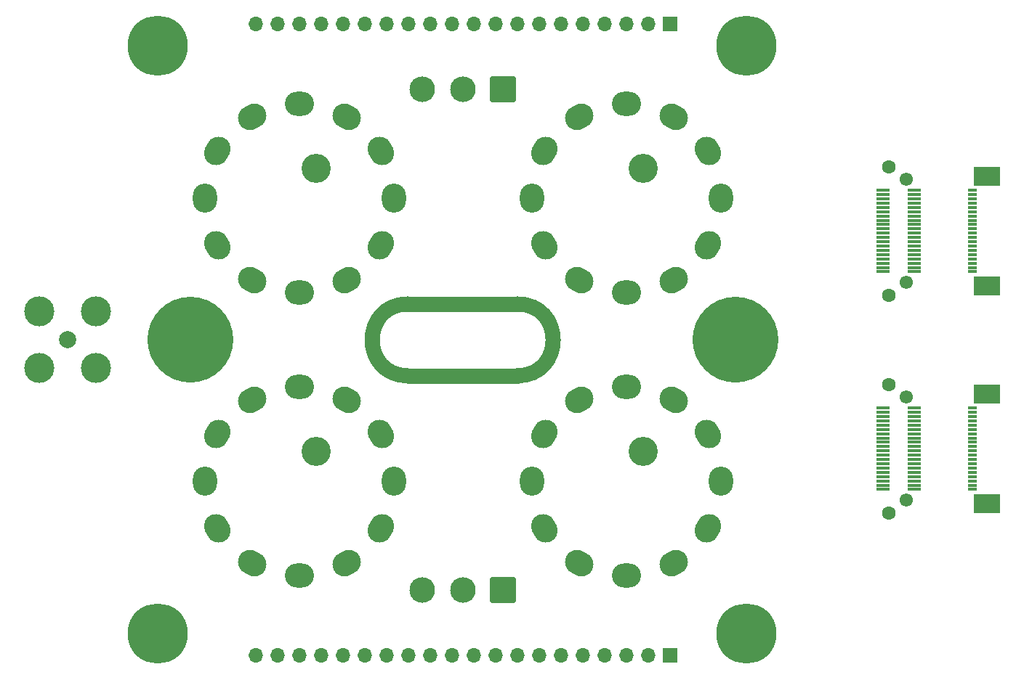
<source format=gbr>
G04 #@! TF.GenerationSoftware,KiCad,Pcbnew,8.0.7*
G04 #@! TF.CreationDate,2025-12-06T16:12:50-05:00*
G04 #@! TF.ProjectId,TPL-GridSwitch,54504c2d-4772-4696-9453-77697463682e,rev?*
G04 #@! TF.SameCoordinates,Original*
G04 #@! TF.FileFunction,Soldermask,Top*
G04 #@! TF.FilePolarity,Negative*
%FSLAX46Y46*%
G04 Gerber Fmt 4.6, Leading zero omitted, Abs format (unit mm)*
G04 Created by KiCad (PCBNEW 8.0.7) date 2025-12-06 16:12:50*
%MOMM*%
%LPD*%
G01*
G04 APERTURE LIST*
G04 Aperture macros list*
%AMRoundRect*
0 Rectangle with rounded corners*
0 $1 Rounding radius*
0 $2 $3 $4 $5 $6 $7 $8 $9 X,Y pos of 4 corners*
0 Add a 4 corners polygon primitive as box body*
4,1,4,$2,$3,$4,$5,$6,$7,$8,$9,$2,$3,0*
0 Add four circle primitives for the rounded corners*
1,1,$1+$1,$2,$3*
1,1,$1+$1,$4,$5*
1,1,$1+$1,$6,$7*
1,1,$1+$1,$8,$9*
0 Add four rect primitives between the rounded corners*
20,1,$1+$1,$2,$3,$4,$5,0*
20,1,$1+$1,$4,$5,$6,$7,0*
20,1,$1+$1,$6,$7,$8,$9,0*
20,1,$1+$1,$8,$9,$2,$3,0*%
%AMHorizOval*
0 Thick line with rounded ends*
0 $1 width*
0 $2 $3 position (X,Y) of the first rounded end (center of the circle)*
0 $4 $5 position (X,Y) of the second rounded end (center of the circle)*
0 Add line between two ends*
20,1,$1,$2,$3,$4,$5,0*
0 Add two circle primitives to create the rounded ends*
1,1,$1,$2,$3*
1,1,$1,$4,$5*%
G04 Aperture macros list end*
%ADD10C,1.778000*%
%ADD11C,10.000000*%
%ADD12C,1.550000*%
%ADD13RoundRect,0.050000X0.750000X0.150000X-0.750000X0.150000X-0.750000X-0.150000X0.750000X-0.150000X0*%
%ADD14C,1.600000*%
%ADD15C,7.000000*%
%ADD16O,3.400000X2.800000*%
%ADD17HorizOval,2.800000X0.259808X-0.150000X-0.259808X0.150000X0*%
%ADD18HorizOval,2.800000X0.150000X-0.259808X-0.150000X0.259808X0*%
%ADD19O,2.800000X3.400000*%
%ADD20HorizOval,2.800000X-0.150000X-0.259808X0.150000X0.259808X0*%
%ADD21HorizOval,2.800000X-0.259808X-0.150000X0.259808X0.150000X0*%
%ADD22HorizOval,2.800000X-0.259808X0.150000X0.259808X-0.150000X0*%
%ADD23HorizOval,2.800000X-0.150000X0.259808X0.150000X-0.259808X0*%
%ADD24HorizOval,2.800000X0.150000X0.259808X-0.150000X-0.259808X0*%
%ADD25HorizOval,2.800000X0.259808X0.150000X-0.259808X-0.150000X0*%
%ADD26C,3.400000*%
%ADD27R,1.100000X0.300000*%
%ADD28R,3.100000X2.300000*%
%ADD29C,2.000000*%
%ADD30C,3.500000*%
%ADD31RoundRect,0.102000X-1.387500X1.387500X-1.387500X-1.387500X1.387500X-1.387500X1.387500X1.387500X0*%
%ADD32C,2.979000*%
%ADD33R,1.700000X1.700000*%
%ADD34O,1.700000X1.700000*%
G04 APERTURE END LIST*
D10*
X6350000Y4191000D02*
X-6350000Y4191000D01*
X-6350000Y-4191000D02*
X6350000Y-4191000D01*
X6350000Y4191000D02*
G75*
G02*
X6350000Y-4191000I0J-4191000D01*
G01*
X-6350000Y-4191000D02*
G75*
G02*
X-6350000Y4191000I0J4191000D01*
G01*
D11*
X-31750000Y0D03*
D12*
X51650000Y6700000D03*
X51650000Y18700000D03*
D13*
X48950000Y17450000D03*
X52650000Y17450000D03*
X48950000Y16950000D03*
X52650000Y16950000D03*
X48950000Y16450000D03*
X52650000Y16450000D03*
X48950000Y15950000D03*
X52650000Y15950000D03*
X48950000Y15450000D03*
X52650000Y15450000D03*
X48950000Y14950000D03*
X52650000Y14950000D03*
X48950000Y14450000D03*
X52650000Y14450000D03*
X48950000Y13950000D03*
X52650000Y13950000D03*
X48950000Y13450000D03*
X52650000Y13450000D03*
X48950000Y12950000D03*
X52650000Y12950000D03*
X48950000Y12450000D03*
X52650000Y12450000D03*
X48950000Y11950000D03*
X52650000Y11950000D03*
X48950000Y11450000D03*
X52650000Y11450000D03*
X48950000Y10950000D03*
X52650000Y10950000D03*
X48950000Y10450000D03*
X52650000Y10450000D03*
X48950000Y9950000D03*
X52650000Y9950000D03*
X48950000Y9450000D03*
X52650000Y9450000D03*
X48950000Y8950000D03*
X52650000Y8950000D03*
X48950000Y8450000D03*
X52650000Y8450000D03*
X48950000Y7950000D03*
X52650000Y7950000D03*
D14*
X49650000Y5225000D03*
X49650000Y20175000D03*
D15*
X33020000Y-34290000D03*
X-35560000Y-34290000D03*
D16*
X-19050000Y-5510000D03*
D17*
X-13550000Y-6983721D03*
D18*
X-9523721Y-11010000D03*
D19*
X-8050000Y-16510000D03*
D20*
X-9523721Y-22010000D03*
D21*
X-13550000Y-26036279D03*
D16*
X-19050000Y-27510000D03*
D22*
X-24550000Y-26036279D03*
D23*
X-28576279Y-22010000D03*
D19*
X-30050000Y-16510000D03*
D24*
X-28576279Y-11010000D03*
D25*
X-24550000Y-6983721D03*
D26*
X-17049750Y-13045465D03*
D27*
X59356000Y-17450000D03*
X59356000Y-16950000D03*
X59356000Y-16450000D03*
X59356000Y-15950000D03*
X59356000Y-15450000D03*
X59356000Y-14950000D03*
X59356000Y-14450000D03*
X59356000Y-13950000D03*
X59356000Y-13450000D03*
X59356000Y-12950000D03*
X59356000Y-12450000D03*
X59356000Y-11950000D03*
X59356000Y-11450000D03*
X59356000Y-10950000D03*
X59356000Y-10450000D03*
X59356000Y-9950000D03*
X59356000Y-9450000D03*
X59356000Y-8950000D03*
X59356000Y-8450000D03*
X59356000Y-7950000D03*
D28*
X61056000Y-19120000D03*
X61056000Y-6280000D03*
D12*
X51650000Y-18700000D03*
X51650000Y-6700000D03*
D13*
X48950000Y-7950000D03*
X52650000Y-7950000D03*
X48950000Y-8450000D03*
X52650000Y-8450000D03*
X48950000Y-8950000D03*
X52650000Y-8950000D03*
X48950000Y-9450000D03*
X52650000Y-9450000D03*
X48950000Y-9950000D03*
X52650000Y-9950000D03*
X48950000Y-10450000D03*
X52650000Y-10450000D03*
X48950000Y-10950000D03*
X52650000Y-10950000D03*
X48950000Y-11450000D03*
X52650000Y-11450000D03*
X48950000Y-11950000D03*
X52650000Y-11950000D03*
X48950000Y-12450000D03*
X52650000Y-12450000D03*
X48950000Y-12950000D03*
X52650000Y-12950000D03*
X48950000Y-13450000D03*
X52650000Y-13450000D03*
X48950000Y-13950000D03*
X52650000Y-13950000D03*
X48950000Y-14450000D03*
X52650000Y-14450000D03*
X48950000Y-14950000D03*
X52650000Y-14950000D03*
X48950000Y-15450000D03*
X52650000Y-15450000D03*
X48950000Y-15950000D03*
X52650000Y-15950000D03*
X48950000Y-16450000D03*
X52650000Y-16450000D03*
X48950000Y-16950000D03*
X52650000Y-16950000D03*
X48950000Y-17450000D03*
X52650000Y-17450000D03*
D14*
X49650000Y-20175000D03*
X49650000Y-5225000D03*
D16*
X19050000Y-5510000D03*
D17*
X24550000Y-6983721D03*
D18*
X28576279Y-11010000D03*
D19*
X30050000Y-16510000D03*
D20*
X28576279Y-22010000D03*
D21*
X24550000Y-26036279D03*
D16*
X19050000Y-27510000D03*
D22*
X13550000Y-26036279D03*
D23*
X9523721Y-22010000D03*
D19*
X8050000Y-16510000D03*
D24*
X9523721Y-11010000D03*
D25*
X13550000Y-6983721D03*
D26*
X21050250Y-13045465D03*
D29*
X-46009878Y0D03*
D30*
X-42709878Y-3300000D03*
X-42709878Y3300000D03*
X-49309878Y-3300000D03*
X-49309878Y3300000D03*
D15*
X-35560000Y34290000D03*
D31*
X4700000Y29210000D03*
D32*
X0Y29210000D03*
X-4700000Y29210000D03*
D16*
X-19050000Y27510000D03*
D17*
X-13550000Y26036279D03*
D18*
X-9523721Y22010000D03*
D19*
X-8050000Y16510000D03*
D20*
X-9523721Y11010000D03*
D21*
X-13550000Y6983721D03*
D16*
X-19050000Y5510000D03*
D22*
X-24550000Y6983721D03*
D23*
X-28576279Y11010000D03*
D19*
X-30050000Y16510000D03*
D24*
X-28576279Y22010000D03*
D25*
X-24550000Y26036279D03*
D26*
X-17049750Y19974535D03*
D11*
X31750000Y0D03*
D16*
X19050000Y27510000D03*
D17*
X24550000Y26036279D03*
D18*
X28576279Y22010000D03*
D19*
X30050000Y16510000D03*
D20*
X28576279Y11010000D03*
D21*
X24550000Y6983721D03*
D16*
X19050000Y5510000D03*
D22*
X13550000Y6983721D03*
D23*
X9523721Y11010000D03*
D19*
X8050000Y16510000D03*
D24*
X9523721Y22010000D03*
D25*
X13550000Y26036279D03*
D26*
X21050250Y19974535D03*
D31*
X4700000Y-29210000D03*
D32*
X0Y-29210000D03*
X-4700000Y-29210000D03*
D27*
X59356000Y7950000D03*
X59356000Y8450000D03*
X59356000Y8950000D03*
X59356000Y9450000D03*
X59356000Y9950000D03*
X59356000Y10450000D03*
X59356000Y10950000D03*
X59356000Y11450000D03*
X59356000Y11950000D03*
X59356000Y12450000D03*
X59356000Y12950000D03*
X59356000Y13450000D03*
X59356000Y13950000D03*
X59356000Y14450000D03*
X59356000Y14950000D03*
X59356000Y15450000D03*
X59356000Y15950000D03*
X59356000Y16450000D03*
X59356000Y16950000D03*
X59356000Y17450000D03*
D28*
X61056000Y6280000D03*
X61056000Y19120000D03*
D15*
X33020000Y34290000D03*
D33*
X24125000Y-36830000D03*
D34*
X21585000Y-36830000D03*
X19045000Y-36830000D03*
X16505000Y-36830000D03*
X13965000Y-36830000D03*
X11425000Y-36830000D03*
X8885000Y-36830000D03*
X6345000Y-36830000D03*
X3805000Y-36830000D03*
X1265000Y-36830000D03*
X-1275000Y-36830000D03*
X-3815000Y-36830000D03*
X-6355000Y-36830000D03*
X-8895000Y-36830000D03*
X-11435000Y-36830000D03*
X-13975000Y-36830000D03*
X-16515000Y-36830000D03*
X-19055000Y-36830000D03*
X-21595000Y-36830000D03*
X-24135000Y-36830000D03*
D33*
X24125000Y36830000D03*
D34*
X21585000Y36830000D03*
X19045000Y36830000D03*
X16505000Y36830000D03*
X13965000Y36830000D03*
X11425000Y36830000D03*
X8885000Y36830000D03*
X6345000Y36830000D03*
X3805000Y36830000D03*
X1265000Y36830000D03*
X-1275000Y36830000D03*
X-3815000Y36830000D03*
X-6355000Y36830000D03*
X-8895000Y36830000D03*
X-11435000Y36830000D03*
X-13975000Y36830000D03*
X-16515000Y36830000D03*
X-19055000Y36830000D03*
X-21595000Y36830000D03*
X-24135000Y36830000D03*
M02*

</source>
